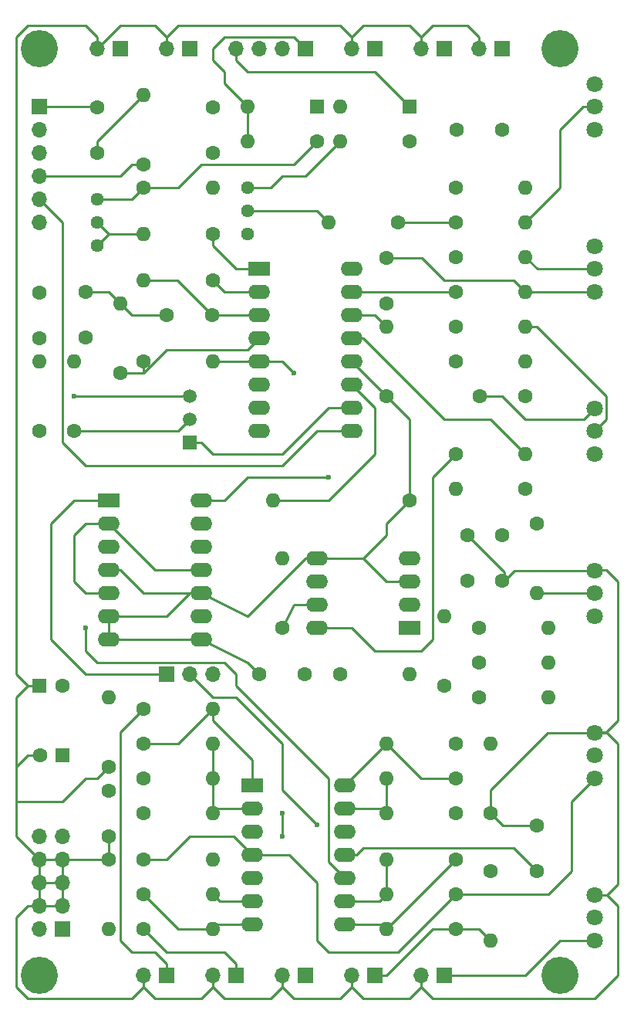
<source format=gbl>
G04 #@! TF.FileFunction,Copper,L2,Bot,Signal*
%FSLAX46Y46*%
G04 Gerber Fmt 4.6, Leading zero omitted, Abs format (unit mm)*
G04 Created by KiCad (PCBNEW 4.0.7) date Saturday 21 July 2018 16:49:46*
%MOMM*%
%LPD*%
G01*
G04 APERTURE LIST*
%ADD10C,0.100000*%
%ADD11C,4.064000*%
%ADD12C,1.600000*%
%ADD13R,1.600000X1.600000*%
%ADD14O,1.600000X1.600000*%
%ADD15R,1.700000X1.700000*%
%ADD16O,1.700000X1.700000*%
%ADD17C,1.520000*%
%ADD18R,1.520000X1.520000*%
%ADD19C,1.800000*%
%ADD20C,1.440000*%
%ADD21R,2.400000X1.600000*%
%ADD22O,2.400000X1.600000*%
%ADD23C,0.600000*%
%ADD24C,0.250000*%
G04 APERTURE END LIST*
D10*
D11*
X99060000Y-148590000D03*
X156210000Y-148590000D03*
X99060000Y-46990000D03*
D12*
X149860000Y-55880000D03*
X144860000Y-55880000D03*
X118110000Y-58420000D03*
X118110000Y-53420000D03*
X105410000Y-58420000D03*
X105410000Y-53420000D03*
X99060000Y-78740000D03*
X99060000Y-73740000D03*
X152400000Y-85090000D03*
X147400000Y-85090000D03*
X149860000Y-100330000D03*
X149860000Y-105330000D03*
X104140000Y-73660000D03*
X104140000Y-78660000D03*
X113030000Y-76200000D03*
X118030000Y-76200000D03*
D13*
X101600000Y-124460000D03*
D12*
X99100000Y-124460000D03*
X137160000Y-74930000D03*
X137160000Y-69930000D03*
X153670000Y-137160000D03*
X153670000Y-132160000D03*
X106680000Y-133350000D03*
X106680000Y-128350000D03*
D13*
X129540000Y-53340000D03*
D14*
X121920000Y-53340000D03*
D15*
X115570000Y-46990000D03*
D16*
X113030000Y-46990000D03*
D15*
X107950000Y-46990000D03*
D16*
X105410000Y-46990000D03*
D15*
X135890000Y-46990000D03*
D16*
X133350000Y-46990000D03*
D15*
X143510000Y-46990000D03*
D16*
X140970000Y-46990000D03*
D15*
X149860000Y-46990000D03*
D16*
X147320000Y-46990000D03*
D15*
X143510000Y-148590000D03*
D16*
X140970000Y-148590000D03*
D15*
X113030000Y-148590000D03*
D16*
X110490000Y-148590000D03*
D15*
X120650000Y-148590000D03*
D16*
X118110000Y-148590000D03*
D15*
X135890000Y-148590000D03*
D16*
X133350000Y-148590000D03*
D15*
X128270000Y-148590000D03*
D16*
X125730000Y-148590000D03*
D17*
X115570000Y-87630000D03*
X115570000Y-85090000D03*
D18*
X115570000Y-90170000D03*
D12*
X144780000Y-73660000D03*
D14*
X152400000Y-73660000D03*
D12*
X144780000Y-62230000D03*
D14*
X152400000Y-62230000D03*
D12*
X144780000Y-77470000D03*
D14*
X152400000Y-77470000D03*
D12*
X144780000Y-66040000D03*
D14*
X152400000Y-66040000D03*
D12*
X144780000Y-69850000D03*
D14*
X152400000Y-69850000D03*
D12*
X144780000Y-81280000D03*
D14*
X152400000Y-81280000D03*
D12*
X110490000Y-59690000D03*
D14*
X110490000Y-52070000D03*
D12*
X99060000Y-88900000D03*
D14*
X99060000Y-81280000D03*
D12*
X153670000Y-99060000D03*
D14*
X153670000Y-106680000D03*
D12*
X144780000Y-91440000D03*
D14*
X152400000Y-91440000D03*
D12*
X152400000Y-95250000D03*
D14*
X144780000Y-95250000D03*
D12*
X102870000Y-88900000D03*
D14*
X102870000Y-81280000D03*
D12*
X110490000Y-62230000D03*
D14*
X118110000Y-62230000D03*
D12*
X129540000Y-57150000D03*
D14*
X121920000Y-57150000D03*
D12*
X139700000Y-57150000D03*
D14*
X132080000Y-57150000D03*
D12*
X147320000Y-114300000D03*
D14*
X154940000Y-114300000D03*
D12*
X147320000Y-110490000D03*
D14*
X154940000Y-110490000D03*
D12*
X147320000Y-118110000D03*
D14*
X154940000Y-118110000D03*
D12*
X118110000Y-67310000D03*
D14*
X110490000Y-67310000D03*
D12*
X118110000Y-72390000D03*
D14*
X110490000Y-72390000D03*
D12*
X143510000Y-116840000D03*
D14*
X143510000Y-109220000D03*
D12*
X138430000Y-66040000D03*
D14*
X130810000Y-66040000D03*
D12*
X132080000Y-115570000D03*
D14*
X139700000Y-115570000D03*
D12*
X125730000Y-110490000D03*
D14*
X125730000Y-102870000D03*
D12*
X137160000Y-85090000D03*
D14*
X137160000Y-77470000D03*
D12*
X110490000Y-81280000D03*
D14*
X118110000Y-81280000D03*
D12*
X107950000Y-82550000D03*
D14*
X107950000Y-74930000D03*
D12*
X110490000Y-130810000D03*
D14*
X118110000Y-130810000D03*
D12*
X110490000Y-127000000D03*
D14*
X118110000Y-127000000D03*
D12*
X110490000Y-135890000D03*
D14*
X118110000Y-135890000D03*
D12*
X144780000Y-139700000D03*
D14*
X137160000Y-139700000D03*
D12*
X144780000Y-130810000D03*
D14*
X137160000Y-130810000D03*
D12*
X110490000Y-123190000D03*
D14*
X118110000Y-123190000D03*
D12*
X110490000Y-139700000D03*
D14*
X118110000Y-139700000D03*
D12*
X144780000Y-135890000D03*
D14*
X137160000Y-135890000D03*
D12*
X144780000Y-127000000D03*
D14*
X137160000Y-127000000D03*
D12*
X110490000Y-119380000D03*
D14*
X118110000Y-119380000D03*
D12*
X110490000Y-143510000D03*
D14*
X118110000Y-143510000D03*
D12*
X144780000Y-143510000D03*
D14*
X137160000Y-143510000D03*
D12*
X144780000Y-123190000D03*
D14*
X137160000Y-123190000D03*
D12*
X106680000Y-125730000D03*
D14*
X106680000Y-118110000D03*
D12*
X106680000Y-135890000D03*
D14*
X106680000Y-143510000D03*
D19*
X160020000Y-50880000D03*
X160020000Y-53380000D03*
X160020000Y-55880000D03*
X160020000Y-68660000D03*
X160020000Y-71160000D03*
X160020000Y-73660000D03*
X160020000Y-86440000D03*
X160020000Y-88940000D03*
X160020000Y-91440000D03*
X160020000Y-104220000D03*
X160020000Y-106720000D03*
X160020000Y-109220000D03*
X160020000Y-122000000D03*
X160020000Y-124500000D03*
X160020000Y-127000000D03*
D20*
X105410000Y-63500000D03*
X105410000Y-66040000D03*
X105410000Y-68580000D03*
D19*
X160020000Y-139780000D03*
X160020000Y-142280000D03*
X160020000Y-144780000D03*
D20*
X121920000Y-62230000D03*
X121920000Y-64770000D03*
X121920000Y-67310000D03*
D21*
X106680000Y-96520000D03*
D22*
X116840000Y-111760000D03*
X106680000Y-99060000D03*
X116840000Y-109220000D03*
X106680000Y-101600000D03*
X116840000Y-106680000D03*
X106680000Y-104140000D03*
X116840000Y-104140000D03*
X106680000Y-106680000D03*
X116840000Y-101600000D03*
X106680000Y-109220000D03*
X116840000Y-99060000D03*
X106680000Y-111760000D03*
X116840000Y-96520000D03*
D21*
X139700000Y-110490000D03*
D22*
X129540000Y-102870000D03*
X139700000Y-107950000D03*
X129540000Y-105410000D03*
X139700000Y-105410000D03*
X129540000Y-107950000D03*
X139700000Y-102870000D03*
X129540000Y-110490000D03*
D21*
X123190000Y-71120000D03*
D22*
X133350000Y-88900000D03*
X123190000Y-73660000D03*
X133350000Y-86360000D03*
X123190000Y-76200000D03*
X133350000Y-83820000D03*
X123190000Y-78740000D03*
X133350000Y-81280000D03*
X123190000Y-81280000D03*
X133350000Y-78740000D03*
X123190000Y-83820000D03*
X133350000Y-76200000D03*
X123190000Y-86360000D03*
X133350000Y-73660000D03*
X123190000Y-88900000D03*
X133350000Y-71120000D03*
D21*
X122465001Y-127765000D03*
D22*
X132625001Y-143005000D03*
X122465001Y-130305000D03*
X132625001Y-140465000D03*
X122465001Y-132845000D03*
X132625001Y-137925000D03*
X122465001Y-135385000D03*
X132625001Y-135385000D03*
X122465001Y-137925000D03*
X132625001Y-132845000D03*
X122465001Y-140465000D03*
X132625001Y-130305000D03*
X122465001Y-143005000D03*
X132625001Y-127765000D03*
D12*
X139700000Y-96520000D03*
D14*
X124700000Y-96520000D03*
D12*
X123190000Y-115570000D03*
X128190000Y-115570000D03*
X146050000Y-100330000D03*
X146050000Y-105330000D03*
D13*
X99060000Y-116840000D03*
D12*
X101560000Y-116840000D03*
D13*
X139700000Y-53340000D03*
D14*
X132080000Y-53340000D03*
D12*
X148590000Y-137160000D03*
D14*
X148590000Y-144780000D03*
D12*
X148590000Y-130810000D03*
D14*
X148590000Y-123190000D03*
D15*
X128270000Y-46990000D03*
D16*
X125730000Y-46990000D03*
X123190000Y-46990000D03*
X120650000Y-46990000D03*
D11*
X156210000Y-46990000D03*
D15*
X113030000Y-115570000D03*
D16*
X115570000Y-115570000D03*
X118110000Y-115570000D03*
D15*
X99060000Y-53340000D03*
D16*
X99060000Y-55880000D03*
X99060000Y-58420000D03*
X99060000Y-60960000D03*
X99060000Y-63500000D03*
X99060000Y-66040000D03*
D15*
X101600000Y-143510000D03*
D16*
X99060000Y-143510000D03*
X101600000Y-140970000D03*
X99060000Y-140970000D03*
X101600000Y-138430000D03*
X99060000Y-138430000D03*
X101600000Y-135890000D03*
X99060000Y-135890000D03*
X101600000Y-133350000D03*
X99060000Y-133350000D03*
D23*
X130810000Y-93980000D03*
X102870000Y-85090000D03*
X125730000Y-133350000D03*
X125730000Y-130810000D03*
X127000000Y-82550000D03*
X104140000Y-110490000D03*
X129540000Y-132080000D03*
D24*
X105410000Y-58420000D02*
X105410000Y-57150000D01*
X105410000Y-57150000D02*
X110490000Y-52070000D01*
X99060000Y-53340000D02*
X105330000Y-53340000D01*
X105330000Y-53340000D02*
X105410000Y-53420000D01*
X116840000Y-106680000D02*
X110490000Y-106680000D01*
X107950000Y-104140000D02*
X106680000Y-104140000D01*
X110490000Y-106680000D02*
X107950000Y-104140000D01*
X106680000Y-109220000D02*
X113030000Y-109220000D01*
X115570000Y-106680000D02*
X116840000Y-106680000D01*
X113030000Y-109220000D02*
X115570000Y-106680000D01*
X106680000Y-111760000D02*
X116840000Y-111760000D01*
X139700000Y-96520000D02*
X139700000Y-87630000D01*
X139700000Y-87630000D02*
X137160000Y-85090000D01*
X133350000Y-81280000D02*
X137160000Y-85090000D01*
X121920000Y-62230000D02*
X124460000Y-62230000D01*
X128270000Y-60960000D02*
X132080000Y-57150000D01*
X125730000Y-60960000D02*
X128270000Y-60960000D01*
X124460000Y-62230000D02*
X125730000Y-60960000D01*
X104140000Y-73660000D02*
X106680000Y-73660000D01*
X106680000Y-73660000D02*
X107950000Y-74930000D01*
X96520000Y-78740000D02*
X96520000Y-45720000D01*
X105410000Y-45720000D02*
X105410000Y-46990000D01*
X104140000Y-44450000D02*
X105410000Y-45720000D01*
X97790000Y-44450000D02*
X104140000Y-44450000D01*
X96520000Y-45720000D02*
X97790000Y-44450000D01*
X99060000Y-116840000D02*
X97790000Y-116840000D01*
X97790000Y-116840000D02*
X96520000Y-115570000D01*
X109220000Y-76200000D02*
X113030000Y-76200000D01*
X106680000Y-73660000D02*
X109220000Y-76200000D01*
X96520000Y-115570000D02*
X96520000Y-78740000D01*
X113030000Y-46990000D02*
X113030000Y-45720000D01*
X133350000Y-46990000D02*
X133350000Y-45720000D01*
X105410000Y-46990000D02*
X107950000Y-44450000D01*
X111760000Y-44450000D02*
X113030000Y-45720000D01*
X107950000Y-44450000D02*
X111760000Y-44450000D01*
X113030000Y-45720000D02*
X114300000Y-44450000D01*
X114300000Y-44450000D02*
X130810000Y-44450000D01*
X130810000Y-44450000D02*
X132080000Y-44450000D01*
X132080000Y-44450000D02*
X133350000Y-45720000D01*
X133350000Y-46990000D02*
X133350000Y-45720000D01*
X133350000Y-45720000D02*
X134620000Y-44450000D01*
X134620000Y-44450000D02*
X139700000Y-44450000D01*
X139700000Y-44450000D02*
X140970000Y-45720000D01*
X140970000Y-45720000D02*
X140970000Y-46990000D01*
X140970000Y-46990000D02*
X140970000Y-45720000D01*
X140970000Y-45720000D02*
X142240000Y-44450000D01*
X142240000Y-44450000D02*
X146050000Y-44450000D01*
X146050000Y-44450000D02*
X147320000Y-45720000D01*
X147320000Y-45720000D02*
X147320000Y-46990000D01*
X147400000Y-85090000D02*
X149860000Y-85090000D01*
X149860000Y-85090000D02*
X152400000Y-87630000D01*
X152400000Y-87630000D02*
X158830000Y-87630000D01*
X158830000Y-87630000D02*
X160020000Y-86440000D01*
X160020000Y-122000000D02*
X154860000Y-122000000D01*
X148590000Y-128270000D02*
X148590000Y-130810000D01*
X154860000Y-122000000D02*
X148590000Y-128270000D01*
X148590000Y-130810000D02*
X149860000Y-132080000D01*
X149860000Y-132080000D02*
X149940000Y-132160000D01*
X149940000Y-132160000D02*
X153670000Y-132160000D01*
X160020000Y-104220000D02*
X151210000Y-104220000D01*
X151210000Y-104220000D02*
X150100000Y-105330000D01*
X150100000Y-105330000D02*
X150100000Y-104380000D01*
X150100000Y-104380000D02*
X146050000Y-100330000D01*
X160020000Y-122000000D02*
X161210000Y-122000000D01*
X161290000Y-104140000D02*
X160100000Y-104140000D01*
X162560000Y-105410000D02*
X161290000Y-104140000D01*
X162560000Y-120650000D02*
X162560000Y-105410000D01*
X161210000Y-122000000D02*
X162560000Y-120650000D01*
X160100000Y-104140000D02*
X160020000Y-104220000D01*
X160020000Y-139780000D02*
X161370000Y-139780000D01*
X161370000Y-139780000D02*
X162560000Y-138590000D01*
X161290000Y-121920000D02*
X160100000Y-121920000D01*
X162560000Y-123190000D02*
X161290000Y-121920000D01*
X162560000Y-138590000D02*
X162560000Y-123190000D01*
X160100000Y-121920000D02*
X160020000Y-122000000D01*
X140970000Y-148590000D02*
X140970000Y-149860000D01*
X140970000Y-149860000D02*
X142240000Y-151130000D01*
X162560000Y-140970000D02*
X161370000Y-139780000D01*
X162560000Y-148590000D02*
X162560000Y-140970000D01*
X160020000Y-151130000D02*
X162560000Y-148590000D01*
X142240000Y-151130000D02*
X160020000Y-151130000D01*
X134620000Y-151130000D02*
X133350000Y-149860000D01*
X139700000Y-151130000D02*
X134620000Y-151130000D01*
X140970000Y-149860000D02*
X139700000Y-151130000D01*
X133350000Y-149860000D02*
X133350000Y-148590000D01*
X133350000Y-148590000D02*
X133350000Y-149860000D01*
X133350000Y-149860000D02*
X132080000Y-151130000D01*
X132080000Y-151130000D02*
X127000000Y-151130000D01*
X127000000Y-151130000D02*
X125730000Y-149860000D01*
X125730000Y-149860000D02*
X125730000Y-148590000D01*
X125730000Y-148590000D02*
X125730000Y-149860000D01*
X125730000Y-149860000D02*
X124460000Y-151130000D01*
X124460000Y-151130000D02*
X119380000Y-151130000D01*
X119380000Y-151130000D02*
X118110000Y-149860000D01*
X118110000Y-149860000D02*
X118110000Y-148590000D01*
X118110000Y-148590000D02*
X118110000Y-149860000D01*
X118110000Y-149860000D02*
X116840000Y-151130000D01*
X116840000Y-151130000D02*
X111760000Y-151130000D01*
X111760000Y-151130000D02*
X110490000Y-149860000D01*
X110490000Y-149860000D02*
X110490000Y-148590000D01*
X110490000Y-148590000D02*
X110490000Y-149860000D01*
X110490000Y-149860000D02*
X109220000Y-151130000D01*
X109220000Y-151130000D02*
X99060000Y-151130000D01*
X99060000Y-151130000D02*
X97790000Y-151130000D01*
X97790000Y-151130000D02*
X96520000Y-149860000D01*
X96520000Y-149860000D02*
X96520000Y-142240000D01*
X96520000Y-142240000D02*
X97790000Y-140970000D01*
X97790000Y-140970000D02*
X99060000Y-140970000D01*
X134620000Y-102870000D02*
X137160000Y-100330000D01*
X137160000Y-99060000D02*
X139700000Y-96520000D01*
X137160000Y-100330000D02*
X137160000Y-99060000D01*
X129540000Y-102870000D02*
X134620000Y-102870000D01*
X137160000Y-105410000D02*
X139700000Y-105410000D01*
X134620000Y-102870000D02*
X137160000Y-105410000D01*
X116840000Y-106680000D02*
X121920000Y-109220000D01*
X121920000Y-109220000D02*
X128270000Y-102870000D01*
X128270000Y-102870000D02*
X129540000Y-102870000D01*
X96520000Y-129540000D02*
X101600000Y-129540000D01*
X105410000Y-127000000D02*
X106680000Y-125730000D01*
X104140000Y-127000000D02*
X105410000Y-127000000D01*
X101600000Y-129540000D02*
X104140000Y-127000000D01*
X116840000Y-111760000D02*
X121920000Y-114300000D01*
X121920000Y-114300000D02*
X123190000Y-115570000D01*
X106680000Y-111760000D02*
X106680000Y-109220000D01*
X96520000Y-125730000D02*
X96520000Y-118110000D01*
X96520000Y-118110000D02*
X97790000Y-116840000D01*
X99060000Y-135890000D02*
X96520000Y-133350000D01*
X97790000Y-124460000D02*
X99100000Y-124460000D01*
X96520000Y-125730000D02*
X97790000Y-124460000D01*
X96520000Y-133350000D02*
X96520000Y-129540000D01*
X96520000Y-129540000D02*
X96520000Y-125730000D01*
X101600000Y-135890000D02*
X106680000Y-135890000D01*
X106680000Y-135890000D02*
X106680000Y-133350000D01*
X99060000Y-138430000D02*
X99060000Y-135890000D01*
X99060000Y-135890000D02*
X101600000Y-135890000D01*
X99060000Y-140970000D02*
X99060000Y-138430000D01*
X99060000Y-138430000D02*
X101600000Y-138430000D01*
X99060000Y-140970000D02*
X101600000Y-140970000D01*
X101600000Y-140970000D02*
X101600000Y-138430000D01*
X101600000Y-138430000D02*
X101600000Y-135890000D01*
X123190000Y-76200000D02*
X118030000Y-76200000D01*
X118030000Y-76200000D02*
X114220000Y-72390000D01*
X114220000Y-72390000D02*
X110490000Y-72390000D01*
X105410000Y-63500000D02*
X109220000Y-63500000D01*
X109220000Y-63500000D02*
X110490000Y-62230000D01*
X110490000Y-62230000D02*
X114300000Y-62230000D01*
X127000000Y-59690000D02*
X129540000Y-57150000D01*
X116840000Y-59690000D02*
X127000000Y-59690000D01*
X114300000Y-62230000D02*
X116840000Y-59690000D01*
X116840000Y-96520000D02*
X119380000Y-96520000D01*
X121920000Y-93980000D02*
X130810000Y-93980000D01*
X119380000Y-96520000D02*
X121920000Y-93980000D01*
X144780000Y-91440000D02*
X142240000Y-93980000D01*
X133350000Y-110490000D02*
X129540000Y-110490000D01*
X135890000Y-113030000D02*
X133350000Y-110490000D01*
X140970000Y-113030000D02*
X135890000Y-113030000D01*
X142240000Y-111760000D02*
X140970000Y-113030000D01*
X142240000Y-93980000D02*
X142240000Y-111760000D01*
X110490000Y-135890000D02*
X113030000Y-135890000D01*
X120430001Y-133350000D02*
X122465001Y-135385000D01*
X115570000Y-133350000D02*
X120430001Y-133350000D01*
X113030000Y-135890000D02*
X115570000Y-133350000D01*
X137160000Y-69930000D02*
X141050000Y-69930000D01*
X151130000Y-72390000D02*
X152400000Y-73660000D01*
X143510000Y-72390000D02*
X151130000Y-72390000D01*
X141050000Y-69930000D02*
X143510000Y-72390000D01*
X144780000Y-139700000D02*
X154940000Y-139700000D01*
X157480000Y-129540000D02*
X160020000Y-127000000D01*
X157480000Y-137160000D02*
X157480000Y-129540000D01*
X154940000Y-139700000D02*
X157480000Y-137160000D01*
X122465001Y-135385000D02*
X126495000Y-135385000D01*
X126495000Y-135385000D02*
X129540000Y-138430000D01*
X129540000Y-138430000D02*
X129540000Y-144780000D01*
X129540000Y-144780000D02*
X130810000Y-146050000D01*
X130810000Y-146050000D02*
X138430000Y-146050000D01*
X138430000Y-146050000D02*
X144780000Y-139700000D01*
X152400000Y-73660000D02*
X160020000Y-73660000D01*
X115570000Y-85090000D02*
X102870000Y-85090000D01*
X132625001Y-135385000D02*
X133855000Y-135385000D01*
X151130000Y-134620000D02*
X153670000Y-137160000D01*
X134620000Y-134620000D02*
X151130000Y-134620000D01*
X133855000Y-135385000D02*
X134620000Y-134620000D01*
X128270000Y-46990000D02*
X127000000Y-45720000D01*
X119380000Y-50800000D02*
X121920000Y-53340000D01*
X119380000Y-49530000D02*
X119380000Y-50800000D01*
X118110000Y-48260000D02*
X119380000Y-49530000D01*
X118110000Y-46990000D02*
X118110000Y-48260000D01*
X119380000Y-45720000D02*
X118110000Y-46990000D01*
X127000000Y-45720000D02*
X119380000Y-45720000D01*
X121920000Y-53340000D02*
X121920000Y-57150000D01*
X143510000Y-148590000D02*
X152400000Y-148590000D01*
X156210000Y-144780000D02*
X160020000Y-144780000D01*
X152400000Y-148590000D02*
X156210000Y-144780000D01*
X110490000Y-119380000D02*
X109220000Y-120650000D01*
X113030000Y-147320000D02*
X113030000Y-148590000D01*
X111760000Y-146050000D02*
X113030000Y-147320000D01*
X109220000Y-146050000D02*
X111760000Y-146050000D01*
X107950000Y-144780000D02*
X109220000Y-146050000D01*
X107950000Y-121920000D02*
X107950000Y-144780000D01*
X109220000Y-120650000D02*
X107950000Y-121920000D01*
X120650000Y-148590000D02*
X120650000Y-147320000D01*
X113030000Y-146050000D02*
X110490000Y-143510000D01*
X119380000Y-146050000D02*
X113030000Y-146050000D01*
X120650000Y-147320000D02*
X119380000Y-146050000D01*
X148590000Y-144780000D02*
X147320000Y-143510000D01*
X147320000Y-143510000D02*
X144780000Y-143510000D01*
X135890000Y-148590000D02*
X137160000Y-148590000D01*
X142240000Y-143510000D02*
X147320000Y-143510000D01*
X137160000Y-148590000D02*
X142240000Y-143510000D01*
X102870000Y-88900000D02*
X114300000Y-88900000D01*
X114300000Y-88900000D02*
X115570000Y-87630000D01*
X115570000Y-90170000D02*
X116840000Y-90170000D01*
X130810000Y-86360000D02*
X133350000Y-86360000D01*
X125730000Y-91440000D02*
X130810000Y-86360000D01*
X118110000Y-91440000D02*
X125730000Y-91440000D01*
X116840000Y-90170000D02*
X118110000Y-91440000D01*
X152400000Y-66040000D02*
X156210000Y-62230000D01*
X158710000Y-53380000D02*
X160020000Y-53380000D01*
X156210000Y-55880000D02*
X158710000Y-53380000D01*
X156210000Y-62230000D02*
X156210000Y-55880000D01*
X160020000Y-71160000D02*
X153710000Y-71160000D01*
X153710000Y-71160000D02*
X152400000Y-69850000D01*
X99060000Y-60960000D02*
X107950000Y-60960000D01*
X109220000Y-59690000D02*
X110490000Y-59690000D01*
X107950000Y-60960000D02*
X109220000Y-59690000D01*
X133350000Y-78740000D02*
X134620000Y-78740000D01*
X148590000Y-87630000D02*
X152400000Y-91440000D01*
X143510000Y-87630000D02*
X148590000Y-87630000D01*
X134620000Y-78740000D02*
X143510000Y-87630000D01*
X118110000Y-67310000D02*
X118110000Y-68580000D01*
X120650000Y-71120000D02*
X123190000Y-71120000D01*
X118110000Y-68580000D02*
X120650000Y-71120000D01*
X122465001Y-130305000D02*
X118615000Y-130305000D01*
X118615000Y-130305000D02*
X118110000Y-130810000D01*
X118110000Y-130810000D02*
X118110000Y-127000000D01*
X118110000Y-127000000D02*
X118110000Y-123190000D01*
X122465001Y-140465000D02*
X118875000Y-140465000D01*
X118875000Y-140465000D02*
X118110000Y-139700000D01*
X118110000Y-119380000D02*
X118110000Y-120650000D01*
X122465001Y-125005001D02*
X122465001Y-127765000D01*
X118110000Y-120650000D02*
X122465001Y-125005001D01*
X110490000Y-123190000D02*
X114300000Y-123190000D01*
X114300000Y-123190000D02*
X118110000Y-119380000D01*
X122465001Y-143005000D02*
X118615000Y-143005000D01*
X118615000Y-143005000D02*
X118110000Y-143510000D01*
X118110000Y-143510000D02*
X114300000Y-143510000D01*
X114300000Y-143510000D02*
X110490000Y-139700000D01*
X99060000Y-63500000D02*
X101600000Y-66040000D01*
X129540000Y-88900000D02*
X133350000Y-88900000D01*
X125730000Y-92710000D02*
X129540000Y-88900000D01*
X104140000Y-92710000D02*
X125730000Y-92710000D01*
X101600000Y-90170000D02*
X104140000Y-92710000D01*
X101600000Y-66040000D02*
X101600000Y-90170000D01*
X116840000Y-104140000D02*
X111760000Y-104140000D01*
X111760000Y-104140000D02*
X106680000Y-99060000D01*
X106680000Y-99060000D02*
X104140000Y-99060000D01*
X104140000Y-106680000D02*
X106680000Y-106680000D01*
X102870000Y-105410000D02*
X104140000Y-106680000D01*
X102870000Y-100330000D02*
X102870000Y-105410000D01*
X104140000Y-99060000D02*
X102870000Y-100330000D01*
X125730000Y-130810000D02*
X125730000Y-133350000D01*
X124700000Y-96520000D02*
X130810000Y-96520000D01*
X135890000Y-86360000D02*
X133350000Y-83820000D01*
X135890000Y-91440000D02*
X135890000Y-86360000D01*
X130810000Y-96520000D02*
X135890000Y-91440000D01*
X120650000Y-46990000D02*
X120650000Y-48260000D01*
X135890000Y-49530000D02*
X139700000Y-53340000D01*
X121920000Y-49530000D02*
X135890000Y-49530000D01*
X120650000Y-48260000D02*
X121920000Y-49530000D01*
X138430000Y-66040000D02*
X144780000Y-66040000D01*
X144780000Y-73660000D02*
X133350000Y-73660000D01*
X160020000Y-88940000D02*
X160020000Y-88900000D01*
X160020000Y-88900000D02*
X161290000Y-87630000D01*
X161290000Y-87630000D02*
X161290000Y-85090000D01*
X161290000Y-85090000D02*
X153670000Y-77470000D01*
X153670000Y-77470000D02*
X152400000Y-77470000D01*
X153670000Y-106680000D02*
X159980000Y-106680000D01*
X159980000Y-106680000D02*
X160020000Y-106720000D01*
X110490000Y-67310000D02*
X106680000Y-67310000D01*
X106680000Y-67310000D02*
X105410000Y-66040000D01*
X105410000Y-66040000D02*
X106680000Y-67310000D01*
X106680000Y-67310000D02*
X105410000Y-68580000D01*
X123190000Y-73660000D02*
X119380000Y-73660000D01*
X119380000Y-73660000D02*
X118110000Y-72390000D01*
X121920000Y-64770000D02*
X129540000Y-64770000D01*
X129540000Y-64770000D02*
X130810000Y-66040000D01*
X125730000Y-81280000D02*
X123190000Y-81280000D01*
X127000000Y-82550000D02*
X125730000Y-81280000D01*
X129540000Y-107950000D02*
X127000000Y-107950000D01*
X127000000Y-107950000D02*
X125730000Y-110490000D01*
X118110000Y-81280000D02*
X123190000Y-81280000D01*
X133350000Y-76200000D02*
X135890000Y-76200000D01*
X135890000Y-76200000D02*
X137160000Y-77470000D01*
X130810000Y-136109999D02*
X132625001Y-137925000D01*
X130810000Y-127000000D02*
X130810000Y-136109999D01*
X120650000Y-116840000D02*
X130810000Y-127000000D01*
X120650000Y-115570000D02*
X120650000Y-116840000D01*
X119380000Y-114300000D02*
X120650000Y-115570000D01*
X105410000Y-114300000D02*
X119380000Y-114300000D01*
X104140000Y-113030000D02*
X105410000Y-114300000D01*
X104140000Y-110490000D02*
X104140000Y-113030000D01*
X107950000Y-82550000D02*
X110490000Y-82550000D01*
X110490000Y-82550000D02*
X110490000Y-81280000D01*
X121920000Y-80010000D02*
X123190000Y-78740000D01*
X113030000Y-80010000D02*
X121920000Y-80010000D01*
X110490000Y-82550000D02*
X113030000Y-80010000D01*
X137160000Y-139700000D02*
X137160000Y-135890000D01*
X132625001Y-140465000D02*
X136395000Y-140465000D01*
X136395000Y-140465000D02*
X137160000Y-139700000D01*
X137160000Y-130810000D02*
X137160000Y-127000000D01*
X132625001Y-130305000D02*
X136655000Y-130305000D01*
X136655000Y-130305000D02*
X137160000Y-130810000D01*
X137160000Y-143510000D02*
X144780000Y-135890000D01*
X132625001Y-143005000D02*
X136655000Y-143005000D01*
X136655000Y-143005000D02*
X137160000Y-143510000D01*
X132625001Y-127765000D02*
X132625001Y-127724999D01*
X132625001Y-127724999D02*
X137160000Y-123190000D01*
X144780000Y-127000000D02*
X140970000Y-127000000D01*
X140970000Y-127000000D02*
X137160000Y-123190000D01*
X118110000Y-118110000D02*
X115570000Y-115570000D01*
X120650000Y-118110000D02*
X118110000Y-118110000D01*
X125730000Y-123190000D02*
X120650000Y-118110000D01*
X125730000Y-128270000D02*
X125730000Y-123190000D01*
X129540000Y-132080000D02*
X125730000Y-128270000D01*
X106680000Y-96520000D02*
X102870000Y-96520000D01*
X104140000Y-115570000D02*
X113030000Y-115570000D01*
X100330000Y-111760000D02*
X104140000Y-115570000D01*
X100330000Y-99060000D02*
X100330000Y-111760000D01*
X102870000Y-96520000D02*
X100330000Y-99060000D01*
M02*

</source>
